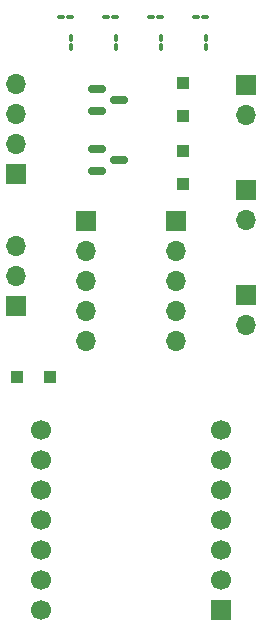
<source format=gbr>
%TF.GenerationSoftware,KiCad,Pcbnew,7.0.9*%
%TF.CreationDate,2025-03-23T17:44:29-04:00*%
%TF.ProjectId,Compact_Control,436f6d70-6163-4745-9f43-6f6e74726f6c,rev?*%
%TF.SameCoordinates,Original*%
%TF.FileFunction,Soldermask,Top*%
%TF.FilePolarity,Negative*%
%FSLAX46Y46*%
G04 Gerber Fmt 4.6, Leading zero omitted, Abs format (unit mm)*
G04 Created by KiCad (PCBNEW 7.0.9) date 2025-03-23 17:44:29*
%MOMM*%
%LPD*%
G01*
G04 APERTURE LIST*
G04 Aperture macros list*
%AMRoundRect*
0 Rectangle with rounded corners*
0 $1 Rounding radius*
0 $2 $3 $4 $5 $6 $7 $8 $9 X,Y pos of 4 corners*
0 Add a 4 corners polygon primitive as box body*
4,1,4,$2,$3,$4,$5,$6,$7,$8,$9,$2,$3,0*
0 Add four circle primitives for the rounded corners*
1,1,$1+$1,$2,$3*
1,1,$1+$1,$4,$5*
1,1,$1+$1,$6,$7*
1,1,$1+$1,$8,$9*
0 Add four rect primitives between the rounded corners*
20,1,$1+$1,$2,$3,$4,$5,0*
20,1,$1+$1,$4,$5,$6,$7,0*
20,1,$1+$1,$6,$7,$8,$9,0*
20,1,$1+$1,$8,$9,$2,$3,0*%
G04 Aperture macros list end*
%ADD10R,1.700000X1.700000*%
%ADD11C,1.700000*%
%ADD12RoundRect,0.100000X-0.217500X-0.100000X0.217500X-0.100000X0.217500X0.100000X-0.217500X0.100000X0*%
%ADD13O,1.700000X1.700000*%
%ADD14RoundRect,0.150000X-0.587500X-0.150000X0.587500X-0.150000X0.587500X0.150000X-0.587500X0.150000X0*%
%ADD15RoundRect,0.100000X-0.100000X0.217500X-0.100000X-0.217500X0.100000X-0.217500X0.100000X0.217500X0*%
%ADD16RoundRect,0.250000X-0.300000X-0.300000X0.300000X-0.300000X0.300000X0.300000X-0.300000X0.300000X0*%
%ADD17RoundRect,0.250000X0.300000X-0.300000X0.300000X0.300000X-0.300000X0.300000X-0.300000X-0.300000X0*%
G04 APERTURE END LIST*
D10*
%TO.C,U1*%
X20117738Y-51846960D03*
D11*
X20117738Y-49306960D03*
X20117738Y-46766960D03*
X20117738Y-44226960D03*
X20117738Y-41686960D03*
X20117738Y-39146960D03*
X20117738Y-36606960D03*
X4867738Y-36606960D03*
X4867738Y-39146960D03*
X4867738Y-41686960D03*
X4867738Y-44226960D03*
X4867738Y-46766960D03*
X4867738Y-49306960D03*
X4867738Y-51846960D03*
%TD*%
D12*
%TO.C,D6*%
X10377738Y-1681960D03*
X11192738Y-1681960D03*
%TD*%
D10*
%TO.C,J6*%
X2794000Y-26162000D03*
D13*
X2794000Y-23622000D03*
X2794000Y-21082000D03*
%TD*%
D12*
%TO.C,D4*%
X17997738Y-1681960D03*
X18812738Y-1681960D03*
%TD*%
D14*
%TO.C,Q2*%
X9645238Y-12796960D03*
X9645238Y-14696960D03*
X11520238Y-13746960D03*
%TD*%
D10*
%TO.C,J4*%
X2794000Y-14986000D03*
D13*
X2794000Y-12446000D03*
X2794000Y-9906000D03*
X2794000Y-7366000D03*
%TD*%
D10*
%TO.C,J3*%
X22225000Y-25176960D03*
D13*
X22225000Y-27716960D03*
%TD*%
D10*
%TO.C,J1*%
X22225000Y-7396960D03*
D13*
X22225000Y-9936960D03*
%TD*%
D15*
%TO.C,R4*%
X7407738Y-3406960D03*
X7407738Y-4221960D03*
%TD*%
D14*
%TO.C,Q1*%
X9645238Y-7716960D03*
X9645238Y-9616960D03*
X11520238Y-8666960D03*
%TD*%
D10*
%TO.C,U2*%
X8677738Y-18926960D03*
D13*
X8677738Y-21466960D03*
X8677738Y-24006960D03*
X8677738Y-26546960D03*
X8677738Y-29086960D03*
D10*
X16297738Y-18926960D03*
D13*
X16297738Y-21466960D03*
X16297738Y-24006960D03*
X16297738Y-26546960D03*
X16297738Y-29086960D03*
%TD*%
D15*
%TO.C,R1*%
X18837738Y-3406960D03*
X18837738Y-4221960D03*
%TD*%
D16*
%TO.C,D1*%
X2832738Y-32161960D03*
X5632738Y-32161960D03*
%TD*%
D15*
%TO.C,R3*%
X11217738Y-3406960D03*
X11217738Y-4221960D03*
%TD*%
D17*
%TO.C,D2*%
X16932738Y-10066960D03*
X16932738Y-7266960D03*
%TD*%
%TO.C,D3*%
X16932738Y-15781960D03*
X16932738Y-12981960D03*
%TD*%
D15*
%TO.C,R2*%
X15027738Y-3406960D03*
X15027738Y-4221960D03*
%TD*%
D12*
%TO.C,D5*%
X14187738Y-1681960D03*
X15002738Y-1681960D03*
%TD*%
D10*
%TO.C,J2*%
X22225000Y-16286960D03*
D13*
X22225000Y-18826960D03*
%TD*%
D12*
%TO.C,D7*%
X6567738Y-1681960D03*
X7382738Y-1681960D03*
%TD*%
M02*

</source>
